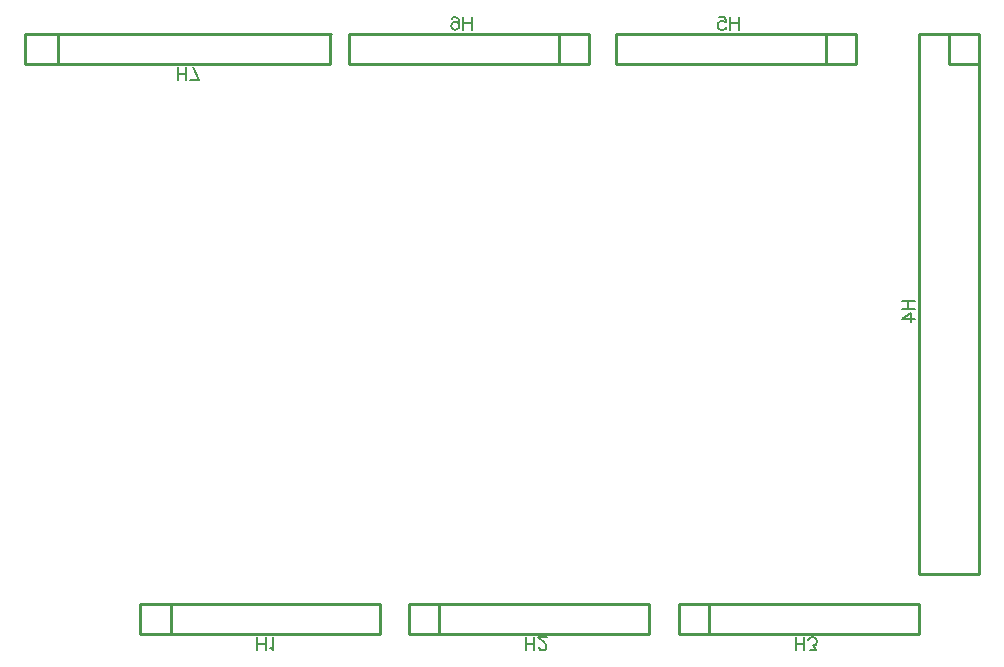
<source format=gbo>
G04 Layer: BottomSilkscreenLayer*
G04 EasyEDA v6.5.22, 2023-03-30 23:48:17*
G04 8450ab88c4f44046a07a984ff5d0ea80,f0b2f3ec3a9e47b7860458d5da5a3361,10*
G04 Gerber Generator version 0.2*
G04 Scale: 100 percent, Rotated: No, Reflected: No *
G04 Dimensions in inches *
G04 leading zeros omitted , absolute positions ,3 integer and 6 decimal *
%FSLAX36Y36*%
%MOIN*%

%ADD10C,0.0060*%
%ADD11C,0.0100*%

%LPD*%
D10*
X1445000Y-5408D02*
G01*
X1445000Y37545D01*
X1473635Y-5408D02*
G01*
X1473635Y37545D01*
X1445000Y15045D02*
G01*
X1473635Y15045D01*
X1487136Y2773D02*
G01*
X1491226Y727D01*
X1497363Y-5408D01*
X1497363Y37545D01*
X2340000Y-5408D02*
G01*
X2340000Y37545D01*
X2368635Y-5408D02*
G01*
X2368635Y37545D01*
X2340000Y15045D02*
G01*
X2368635Y15045D01*
X2384182Y4818D02*
G01*
X2384182Y2773D01*
X2386226Y-1318D01*
X2388272Y-3364D01*
X2392363Y-5408D01*
X2400545Y-5408D01*
X2404636Y-3364D01*
X2406682Y-1318D01*
X2408726Y2773D01*
X2408726Y6864D01*
X2406682Y10954D01*
X2402591Y17091D01*
X2382136Y37545D01*
X2410772Y37545D01*
X3240000Y-5408D02*
G01*
X3240000Y37545D01*
X3268635Y-5408D02*
G01*
X3268635Y37545D01*
X3240000Y15045D02*
G01*
X3268635Y15045D01*
X3286226Y-5408D02*
G01*
X3308726Y-5408D01*
X3296454Y10954D01*
X3302591Y10954D01*
X3306682Y13000D01*
X3308726Y15045D01*
X3310772Y21181D01*
X3310772Y25273D01*
X3308726Y31408D01*
X3304636Y35500D01*
X3298500Y37545D01*
X3292363Y37545D01*
X3286226Y35500D01*
X3284182Y33454D01*
X3282136Y29364D01*
X3594591Y1160000D02*
G01*
X3637545Y1160000D01*
X3594591Y1131363D02*
G01*
X3637545Y1131363D01*
X3615045Y1160000D02*
G01*
X3615045Y1131363D01*
X3594591Y1097408D02*
G01*
X3623226Y1117863D01*
X3623226Y1087181D01*
X3594591Y1097408D02*
G01*
X3637545Y1097408D01*
X3050000Y2105408D02*
G01*
X3050000Y2062455D01*
X3021364Y2105408D02*
G01*
X3021364Y2062455D01*
X3050000Y2084955D02*
G01*
X3021364Y2084955D01*
X2983317Y2105408D02*
G01*
X3003773Y2105408D01*
X3005817Y2086999D01*
X3003773Y2089045D01*
X2997636Y2091091D01*
X2991499Y2091091D01*
X2985363Y2089045D01*
X2981273Y2084955D01*
X2979227Y2078818D01*
X2979227Y2074726D01*
X2981273Y2068591D01*
X2985363Y2064499D01*
X2991499Y2062455D01*
X2997636Y2062455D01*
X3003773Y2064499D01*
X3005817Y2066545D01*
X3007863Y2070635D01*
X2160000Y2105408D02*
G01*
X2160000Y2062455D01*
X2131364Y2105408D02*
G01*
X2131364Y2062455D01*
X2160000Y2084955D02*
G01*
X2131364Y2084955D01*
X2093317Y2099272D02*
G01*
X2095363Y2103364D01*
X2101499Y2105408D01*
X2105591Y2105408D01*
X2111727Y2103364D01*
X2115817Y2097226D01*
X2117863Y2086999D01*
X2117863Y2076772D01*
X2115817Y2068591D01*
X2111727Y2064499D01*
X2105591Y2062455D01*
X2103545Y2062455D01*
X2097408Y2064499D01*
X2093317Y2068591D01*
X2091273Y2074726D01*
X2091273Y2076772D01*
X2093317Y2082908D01*
X2097408Y2086999D01*
X2103545Y2089045D01*
X2105591Y2089045D01*
X2111727Y2086999D01*
X2115817Y2082908D01*
X2117863Y2076772D01*
X1180000Y1894591D02*
G01*
X1180000Y1937545D01*
X1208635Y1894591D02*
G01*
X1208635Y1937545D01*
X1180000Y1915045D02*
G01*
X1208635Y1915045D01*
X1250772Y1894591D02*
G01*
X1230317Y1937545D01*
X1222136Y1894591D02*
G01*
X1250772Y1894591D01*
D11*
X1854998Y50000D02*
G01*
X1854998Y150000D01*
X1055001Y150000D01*
X1055001Y50000D01*
X1854998Y50000D01*
X1155925Y50000D02*
G01*
X1155925Y150000D01*
X2749998Y50000D02*
G01*
X2749998Y150000D01*
X1950001Y150000D01*
X1950001Y50000D01*
X2749998Y50000D01*
X2050925Y50000D02*
G01*
X2050925Y150000D01*
X3649998Y50000D02*
G01*
X3649998Y150000D01*
X2850001Y150000D01*
X2850001Y50000D01*
X3649998Y50000D01*
X2950925Y50000D02*
G01*
X2950925Y150000D01*
X3750000Y2050000D02*
G01*
X3750000Y1950000D01*
X3850000Y1950000D01*
X3650000Y2050000D02*
G01*
X3650000Y250000D01*
X3850000Y250000D01*
X3850000Y2050000D01*
X3650000Y2050000D01*
X2640001Y2050000D02*
G01*
X2640001Y1950000D01*
X3439998Y1950000D01*
X3439998Y2050000D01*
X2640001Y2050000D01*
X3339074Y2050000D02*
G01*
X3339074Y1950000D01*
X1750001Y2050000D02*
G01*
X1750001Y1950000D01*
X2549998Y1950000D01*
X2549998Y2050000D01*
X1750001Y2050000D01*
X2449074Y2050000D02*
G01*
X2449074Y1950000D01*
X779647Y1950000D02*
G01*
X779647Y2050000D01*
X672125Y2050000D02*
G01*
X1690000Y2050000D01*
X672125Y1950000D02*
G01*
X672125Y2050000D01*
X1687874Y1950000D02*
G01*
X672125Y1950000D01*
X1687874Y1950000D02*
G01*
X1687874Y2050000D01*
M02*

</source>
